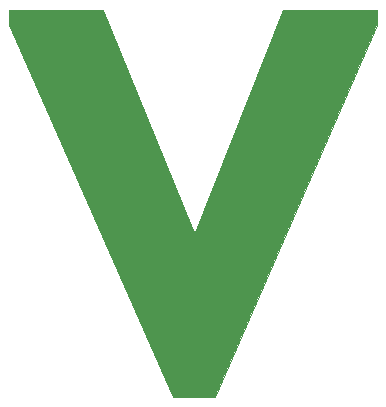
<source format=gbo>
G04 #@! TF.FileFunction,Legend,Bot*
%FSLAX46Y46*%
G04 Gerber Fmt 4.6, Leading zero omitted, Abs format (unit mm)*
G04 Created by KiCad (PCBNEW 4.0.0-rc2-stable) date 3/3/2016 3:48:31 PM*
%MOMM*%
G01*
G04 APERTURE LIST*
%ADD10C,0.150000*%
%ADD11C,0.025400*%
G04 APERTURE END LIST*
D10*
D11*
G36*
X66887227Y-37399791D02*
X66890016Y-37403991D01*
X66894219Y-37406774D01*
X66898952Y-37407704D01*
X67131546Y-37408406D01*
X67136490Y-37407420D01*
X67140661Y-37404589D01*
X67143388Y-37400392D01*
X74553208Y-18737554D01*
X82499934Y-18737554D01*
X82499934Y-19972205D01*
X68743469Y-51511573D01*
X65240213Y-51511573D01*
X51346860Y-19972181D01*
X51346860Y-18737554D01*
X59292540Y-18737554D01*
X66887227Y-37399791D01*
X66887227Y-37399791D01*
G37*
X66887227Y-37399791D02*
X66890016Y-37403991D01*
X66894219Y-37406774D01*
X66898952Y-37407704D01*
X67131546Y-37408406D01*
X67136490Y-37407420D01*
X67140661Y-37404589D01*
X67143388Y-37400392D01*
X74553208Y-18737554D01*
X82499934Y-18737554D01*
X82499934Y-19972205D01*
X68743469Y-51511573D01*
X65240213Y-51511573D01*
X51346860Y-19972181D01*
X51346860Y-18737554D01*
X59292540Y-18737554D01*
X66887227Y-37399791D01*
M02*

</source>
